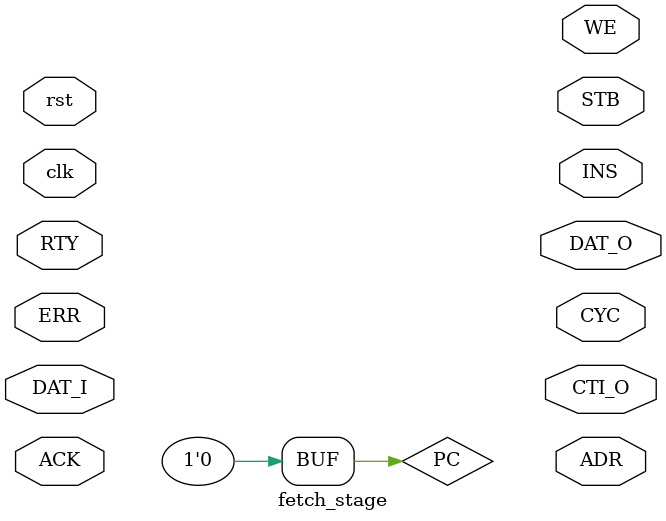
<source format=sv>
 /*
 * ++============================================================
 * || ++============================================++     +----+
 * || ||                           +-+   +------+   ||     |    |
 * || ||                           |4|==>| A    |   ||     |    |
 * || ||                           +-+   | +    |===++     |    |
 * || ||                           ++===>| B    |          |    |
 * || ||                           ||    +------+          |    |
 * || ||                           ||                      |    |
 * || ||    +------+    +------+   ||    +-----------+     | IF |
 * || ++===>| 0    |    |      |   ||    |           |     |    |
 * ||       | MUX  |===>|  PC  |===++===>|  I Cache  |====>|    |
 * ++======>| 1    |    |      |  ADDR   |           |     |    |
 *          +------+    +------+         +-----------+     |    |
 *                                       |  AXI/Wb4  |     |    |
 *                                       +-----------+     |    |
 *                                             /\          |    |
 *                                             || I BUS    |    |
 *                                             \/          +----+
 */

module fetch_stage
(
    input logic clk,
    input logic rst,
    //Master Wishbone interface
    input  logic ACK,
    input  logic ERR,
    input  logic RTY,
    output logic STB,
    output logic CYC,
    output logic [31:0] ADR,
    input  logic [31:0] DAT_I,
    output logic [31:0] DAT_O,
    output logic [2:0]  CTI_O,
    output logic WE,
    //Stage Outputs
    output logic [31:0] INS //Instruction Data
);


reg PC = 0;


endmodule

</source>
